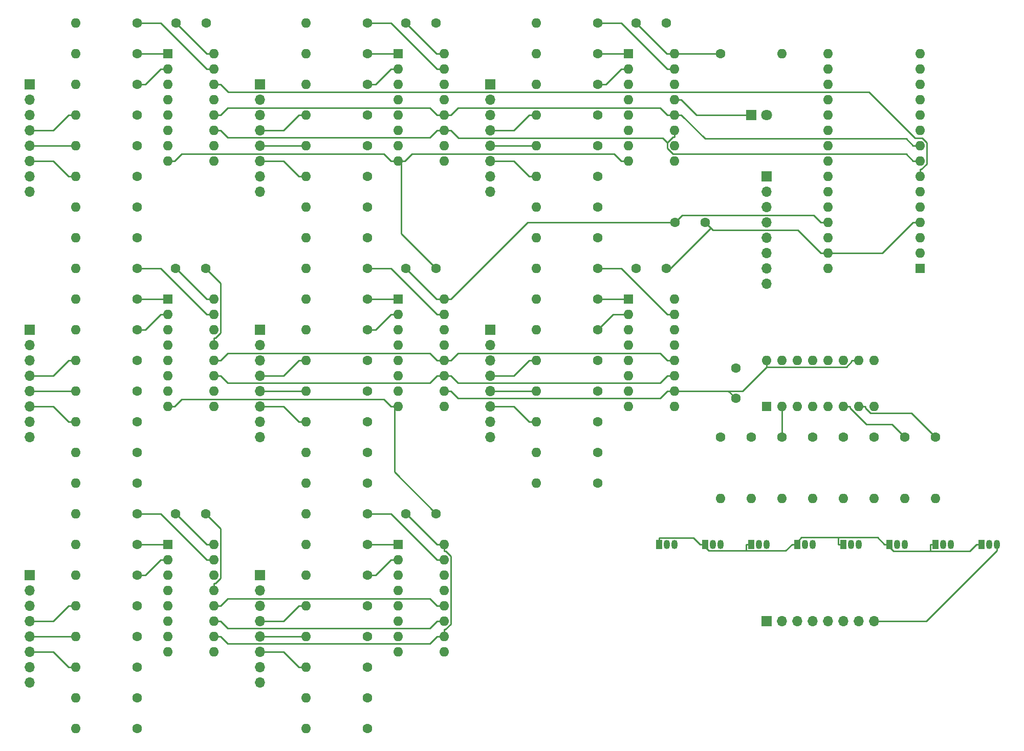
<source format=gbr>
%TF.GenerationSoftware,KiCad,Pcbnew,7.0.2*%
%TF.CreationDate,2023-07-19T14:15:56-05:00*%
%TF.ProjectId,cube,63756265-2e6b-4696-9361-645f70636258,rev?*%
%TF.SameCoordinates,Original*%
%TF.FileFunction,Copper,L1,Top*%
%TF.FilePolarity,Positive*%
%FSLAX46Y46*%
G04 Gerber Fmt 4.6, Leading zero omitted, Abs format (unit mm)*
G04 Created by KiCad (PCBNEW 7.0.2) date 2023-07-19 14:15:56*
%MOMM*%
%LPD*%
G01*
G04 APERTURE LIST*
%TA.AperFunction,ComponentPad*%
%ADD10C,1.600000*%
%TD*%
%TA.AperFunction,ComponentPad*%
%ADD11R,1.050000X1.500000*%
%TD*%
%TA.AperFunction,ComponentPad*%
%ADD12O,1.050000X1.500000*%
%TD*%
%TA.AperFunction,ComponentPad*%
%ADD13O,1.600000X1.600000*%
%TD*%
%TA.AperFunction,ComponentPad*%
%ADD14R,1.700000X1.700000*%
%TD*%
%TA.AperFunction,ComponentPad*%
%ADD15O,1.700000X1.700000*%
%TD*%
%TA.AperFunction,ComponentPad*%
%ADD16R,1.600000X1.600000*%
%TD*%
%TA.AperFunction,ComponentPad*%
%ADD17R,1.800000X1.800000*%
%TD*%
%TA.AperFunction,ComponentPad*%
%ADD18C,1.800000*%
%TD*%
%TA.AperFunction,Conductor*%
%ADD19C,0.250000*%
%TD*%
G04 APERTURE END LIST*
D10*
%TO.P,C10,2*%
%TO.N,GND*%
X54610000Y-27940000D03*
%TO.P,C10,1*%
%TO.N,+5V*%
X49610000Y-27940000D03*
%TD*%
%TO.P,C9,1*%
%TO.N,+5V*%
X142240000Y-90130000D03*
%TO.P,C9,2*%
%TO.N,GND*%
X142240000Y-85130000D03*
%TD*%
%TO.P,C8,1*%
%TO.N,+5V*%
X125770000Y-68580000D03*
%TO.P,C8,2*%
%TO.N,GND*%
X130770000Y-68580000D03*
%TD*%
%TO.P,C7,1*%
%TO.N,+5V*%
X125770000Y-27940000D03*
%TO.P,C7,2*%
%TO.N,GND*%
X130770000Y-27940000D03*
%TD*%
%TO.P,C6,1*%
%TO.N,+5V*%
X87670000Y-109220000D03*
%TO.P,C6,2*%
%TO.N,GND*%
X92670000Y-109220000D03*
%TD*%
%TO.P,C5,1*%
%TO.N,+5V*%
X49570000Y-109220000D03*
%TO.P,C5,2*%
%TO.N,GND*%
X54570000Y-109220000D03*
%TD*%
%TO.P,C4,1*%
%TO.N,+5V*%
X87670000Y-68580000D03*
%TO.P,C4,2*%
%TO.N,GND*%
X92670000Y-68580000D03*
%TD*%
%TO.P,C3,1*%
%TO.N,+5V*%
X49570000Y-68580000D03*
%TO.P,C3,2*%
%TO.N,GND*%
X54570000Y-68580000D03*
%TD*%
%TO.P,C2,2*%
%TO.N,GND*%
X92670000Y-27940000D03*
%TO.P,C2,1*%
%TO.N,+5V*%
X87670000Y-27940000D03*
%TD*%
D11*
%TO.P,Q1,1,E*%
%TO.N,GND*%
X129540000Y-114300000D03*
D12*
%TO.P,Q1,2,B*%
%TO.N,Net-(Q1-B)*%
X130810000Y-114300000D03*
%TO.P,Q1,3,C*%
%TO.N,R0*%
X132080000Y-114300000D03*
%TD*%
D10*
%TO.P,R13,1*%
%TO.N,Net-(U2-QE)*%
X43180000Y-88900000D03*
D13*
%TO.P,R13,2*%
%TO.N,Net-(J2-Pin_5)*%
X33020000Y-88900000D03*
%TD*%
D10*
%TO.P,R31,1*%
%TO.N,Net-(U4-QG)*%
X81280000Y-58420000D03*
D13*
%TO.P,R31,2*%
%TO.N,Net-(J4-Pin_7)*%
X71120000Y-58420000D03*
%TD*%
D10*
%TO.P,R4,1*%
%TO.N,Net-(U1-QD)*%
X43180000Y-43180000D03*
D13*
%TO.P,R4,2*%
%TO.N,Net-(J1-Pin_4)*%
X33020000Y-43180000D03*
%TD*%
D10*
%TO.P,R6,1*%
%TO.N,Net-(U1-QF)*%
X43180000Y-53340000D03*
D13*
%TO.P,R6,2*%
%TO.N,Net-(J1-Pin_6)*%
X33020000Y-53340000D03*
%TD*%
D10*
%TO.P,R20,1*%
%TO.N,Net-(U3-QD)*%
X43180000Y-124460000D03*
D13*
%TO.P,R20,2*%
%TO.N,Net-(J3-Pin_4)*%
X33020000Y-124460000D03*
%TD*%
D10*
%TO.P,R51,1*%
%TO.N,Net-(U7-QC)*%
X119380000Y-38100000D03*
D13*
%TO.P,R51,2*%
%TO.N,Net-(J7-Pin_3)*%
X109220000Y-38100000D03*
%TD*%
D10*
%TO.P,R1,1*%
%TO.N,Net-(U1-QA)*%
X43180000Y-27940000D03*
D13*
%TO.P,R1,2*%
%TO.N,Net-(J1-Pin_1)*%
X33020000Y-27940000D03*
%TD*%
D10*
%TO.P,R48,1*%
%TO.N,Net-(U6-QH)*%
X81280000Y-144780000D03*
D13*
%TO.P,R48,2*%
%TO.N,Net-(J6-Pin_8)*%
X71120000Y-144780000D03*
%TD*%
D14*
%TO.P,J7,1,Pin_1*%
%TO.N,Net-(J7-Pin_1)*%
X101600000Y-38100000D03*
D15*
%TO.P,J7,2,Pin_2*%
%TO.N,Net-(J7-Pin_2)*%
X101600000Y-40640000D03*
%TO.P,J7,3,Pin_3*%
%TO.N,Net-(J7-Pin_3)*%
X101600000Y-43180000D03*
%TO.P,J7,4,Pin_4*%
%TO.N,Net-(J7-Pin_4)*%
X101600000Y-45720000D03*
%TO.P,J7,5,Pin_5*%
%TO.N,Net-(J7-Pin_5)*%
X101600000Y-48260000D03*
%TO.P,J7,6,Pin_6*%
%TO.N,Net-(J7-Pin_6)*%
X101600000Y-50800000D03*
%TO.P,J7,7,Pin_7*%
%TO.N,Net-(J7-Pin_7)*%
X101600000Y-53340000D03*
%TO.P,J7,8,Pin_8*%
%TO.N,Net-(J7-Pin_8)*%
X101600000Y-55880000D03*
%TD*%
D10*
%TO.P,R65,1*%
%TO.N,+5V*%
X139700000Y-33020000D03*
D13*
%TO.P,R65,2*%
%TO.N,Net-(D1-A)*%
X149860000Y-33020000D03*
%TD*%
D14*
%TO.P,J1,1,Pin_1*%
%TO.N,Net-(J1-Pin_1)*%
X25400000Y-38100000D03*
D15*
%TO.P,J1,2,Pin_2*%
%TO.N,Net-(J1-Pin_2)*%
X25400000Y-40640000D03*
%TO.P,J1,3,Pin_3*%
%TO.N,Net-(J1-Pin_3)*%
X25400000Y-43180000D03*
%TO.P,J1,4,Pin_4*%
%TO.N,Net-(J1-Pin_4)*%
X25400000Y-45720000D03*
%TO.P,J1,5,Pin_5*%
%TO.N,Net-(J1-Pin_5)*%
X25400000Y-48260000D03*
%TO.P,J1,6,Pin_6*%
%TO.N,Net-(J1-Pin_6)*%
X25400000Y-50800000D03*
%TO.P,J1,7,Pin_7*%
%TO.N,Net-(J1-Pin_7)*%
X25400000Y-53340000D03*
%TO.P,J1,8,Pin_8*%
%TO.N,Net-(J1-Pin_8)*%
X25400000Y-55880000D03*
%TD*%
D10*
%TO.P,R26,1*%
%TO.N,Net-(U4-QB)*%
X81280000Y-33020000D03*
D13*
%TO.P,R26,2*%
%TO.N,Net-(J4-Pin_2)*%
X71120000Y-33020000D03*
%TD*%
D10*
%TO.P,R56,1*%
%TO.N,Net-(U7-QH)*%
X119380000Y-63500000D03*
D13*
%TO.P,R56,2*%
%TO.N,Net-(J7-Pin_8)*%
X109220000Y-63500000D03*
%TD*%
D11*
%TO.P,Q3,1,E*%
%TO.N,GND*%
X144780000Y-114300000D03*
D12*
%TO.P,Q3,2,B*%
%TO.N,Net-(Q3-B)*%
X146050000Y-114300000D03*
%TO.P,Q3,3,C*%
%TO.N,R2*%
X147320000Y-114300000D03*
%TD*%
D10*
%TO.P,R24,1*%
%TO.N,Net-(U3-QH)*%
X43180000Y-144780000D03*
D13*
%TO.P,R24,2*%
%TO.N,Net-(J3-Pin_8)*%
X33020000Y-144780000D03*
%TD*%
D10*
%TO.P,R25,1*%
%TO.N,Net-(U4-QA)*%
X81280000Y-27940000D03*
D13*
%TO.P,R25,2*%
%TO.N,Net-(J4-Pin_1)*%
X71120000Y-27940000D03*
%TD*%
D10*
%TO.P,R9,1*%
%TO.N,Net-(U2-QA)*%
X43180000Y-68580000D03*
D13*
%TO.P,R9,2*%
%TO.N,Net-(J2-Pin_1)*%
X33020000Y-68580000D03*
%TD*%
D10*
%TO.P,R68,1*%
%TO.N,Net-(U9-QA)*%
X139700000Y-96520000D03*
D13*
%TO.P,R68,2*%
%TO.N,Net-(Q1-B)*%
X139700000Y-106680000D03*
%TD*%
D10*
%TO.P,R54,1*%
%TO.N,Net-(U7-QF)*%
X119380000Y-53340000D03*
D13*
%TO.P,R54,2*%
%TO.N,Net-(J7-Pin_6)*%
X109220000Y-53340000D03*
%TD*%
D10*
%TO.P,R71,1*%
%TO.N,Net-(U9-QD)*%
X154940000Y-96520000D03*
D13*
%TO.P,R71,2*%
%TO.N,Net-(Q4-B)*%
X154940000Y-106680000D03*
%TD*%
D10*
%TO.P,R12,1*%
%TO.N,Net-(U2-QD)*%
X43180000Y-83820000D03*
D13*
%TO.P,R12,2*%
%TO.N,Net-(J2-Pin_4)*%
X33020000Y-83820000D03*
%TD*%
D10*
%TO.P,R42,1*%
%TO.N,Net-(U6-QB)*%
X81280000Y-114300000D03*
D13*
%TO.P,R42,2*%
%TO.N,Net-(J6-Pin_2)*%
X71120000Y-114300000D03*
%TD*%
D11*
%TO.P,Q2,1,E*%
%TO.N,GND*%
X137160000Y-114300000D03*
D12*
%TO.P,Q2,2,B*%
%TO.N,Net-(Q2-B)*%
X138430000Y-114300000D03*
%TO.P,Q2,3,C*%
%TO.N,R1*%
X139700000Y-114300000D03*
%TD*%
D10*
%TO.P,R30,1*%
%TO.N,Net-(U4-QF)*%
X81280000Y-53340000D03*
D13*
%TO.P,R30,2*%
%TO.N,Net-(J4-Pin_6)*%
X71120000Y-53340000D03*
%TD*%
D11*
%TO.P,Q5,1,E*%
%TO.N,GND*%
X160020000Y-114300000D03*
D12*
%TO.P,Q5,2,B*%
%TO.N,Net-(Q5-B)*%
X161290000Y-114300000D03*
%TO.P,Q5,3,C*%
%TO.N,R4*%
X162560000Y-114300000D03*
%TD*%
D10*
%TO.P,R72,1*%
%TO.N,Net-(U9-QF)*%
X165100000Y-96520000D03*
D13*
%TO.P,R72,2*%
%TO.N,Net-(Q6-B)*%
X165100000Y-106680000D03*
%TD*%
D10*
%TO.P,R47,1*%
%TO.N,Net-(U6-QG)*%
X81280000Y-139700000D03*
D13*
%TO.P,R47,2*%
%TO.N,Net-(J6-Pin_7)*%
X71120000Y-139700000D03*
%TD*%
D10*
%TO.P,R64,1*%
%TO.N,Net-(U8-QH)*%
X119380000Y-104140000D03*
D13*
%TO.P,R64,2*%
%TO.N,Net-(J8-Pin_8)*%
X109220000Y-104140000D03*
%TD*%
D10*
%TO.P,R11,1*%
%TO.N,Net-(U2-QC)*%
X43180000Y-78740000D03*
D13*
%TO.P,R11,2*%
%TO.N,Net-(J2-Pin_3)*%
X33020000Y-78740000D03*
%TD*%
D10*
%TO.P,R55,1*%
%TO.N,Net-(U7-QG)*%
X119380000Y-58420000D03*
D13*
%TO.P,R55,2*%
%TO.N,Net-(J7-Pin_7)*%
X109220000Y-58420000D03*
%TD*%
D14*
%TO.P,J9,1,Pin_1*%
%TO.N,Net-(A1-A0)*%
X147320000Y-53340000D03*
D15*
%TO.P,J9,2,Pin_2*%
%TO.N,Net-(A1-A1)*%
X147320000Y-55880000D03*
%TO.P,J9,3,Pin_3*%
%TO.N,Net-(A1-A2)*%
X147320000Y-58420000D03*
%TO.P,J9,4,Pin_4*%
%TO.N,Net-(A1-A3)*%
X147320000Y-60960000D03*
%TO.P,J9,5,Pin_5*%
%TO.N,Net-(A1-SDA{slash}A4)*%
X147320000Y-63500000D03*
%TO.P,J9,6,Pin_6*%
%TO.N,Net-(A1-SCL{slash}A5)*%
X147320000Y-66040000D03*
%TO.P,J9,7,Pin_7*%
%TO.N,Net-(A1-A6)*%
X147320000Y-68580000D03*
%TO.P,J9,8,Pin_8*%
%TO.N,Net-(A1-A7)*%
X147320000Y-71120000D03*
%TD*%
D10*
%TO.P,R66,1*%
%TO.N,Net-(U9-QH)*%
X175260000Y-96520000D03*
D13*
%TO.P,R66,2*%
%TO.N,Net-(Q8-B)*%
X175260000Y-106680000D03*
%TD*%
D11*
%TO.P,Q6,1,E*%
%TO.N,GND*%
X167640000Y-114300000D03*
D12*
%TO.P,Q6,2,B*%
%TO.N,Net-(Q6-B)*%
X168910000Y-114300000D03*
%TO.P,Q6,3,C*%
%TO.N,R5*%
X170180000Y-114300000D03*
%TD*%
D16*
%TO.P,U3,1,QB*%
%TO.N,Net-(U3-QB)*%
X48260000Y-114300000D03*
D13*
%TO.P,U3,2,QC*%
%TO.N,Net-(U3-QC)*%
X48260000Y-116840000D03*
%TO.P,U3,3,QD*%
%TO.N,Net-(U3-QD)*%
X48260000Y-119380000D03*
%TO.P,U3,4,QE*%
%TO.N,Net-(U3-QE)*%
X48260000Y-121920000D03*
%TO.P,U3,5,QF*%
%TO.N,Net-(U3-QF)*%
X48260000Y-124460000D03*
%TO.P,U3,6,QG*%
%TO.N,Net-(U3-QG)*%
X48260000Y-127000000D03*
%TO.P,U3,7,QH*%
%TO.N,Net-(U3-QH)*%
X48260000Y-129540000D03*
%TO.P,U3,8,GND*%
%TO.N,GND*%
X48260000Y-132080000D03*
%TO.P,U3,9,QH'*%
%TO.N,Net-(U3-QH')*%
X55880000Y-132080000D03*
%TO.P,U3,10,~{SRCLR}*%
%TO.N,+5V*%
X55880000Y-129540000D03*
%TO.P,U3,11,SRCLK*%
%TO.N,CLK*%
X55880000Y-127000000D03*
%TO.P,U3,12,RCLK*%
%TO.N,LATCH*%
X55880000Y-124460000D03*
%TO.P,U3,13,~{OE}*%
%TO.N,GND*%
X55880000Y-121920000D03*
%TO.P,U3,14,SER*%
%TO.N,Net-(U2-QH')*%
X55880000Y-119380000D03*
%TO.P,U3,15,QA*%
%TO.N,Net-(U3-QA)*%
X55880000Y-116840000D03*
%TO.P,U3,16,VCC*%
%TO.N,+5V*%
X55880000Y-114300000D03*
%TD*%
D10*
%TO.P,R40,1*%
%TO.N,Net-(U5-QH)*%
X81280000Y-104140000D03*
D13*
%TO.P,R40,2*%
%TO.N,Net-(J5-Pin_8)*%
X71120000Y-104140000D03*
%TD*%
D10*
%TO.P,R49,1*%
%TO.N,Net-(U7-QA)*%
X119380000Y-27940000D03*
D13*
%TO.P,R49,2*%
%TO.N,Net-(J7-Pin_1)*%
X109220000Y-27940000D03*
%TD*%
D10*
%TO.P,R46,1*%
%TO.N,Net-(U6-QF)*%
X81280000Y-134620000D03*
D13*
%TO.P,R46,2*%
%TO.N,Net-(J6-Pin_6)*%
X71120000Y-134620000D03*
%TD*%
D10*
%TO.P,R2,1*%
%TO.N,Net-(U1-QB)*%
X43180000Y-33020000D03*
D13*
%TO.P,R2,2*%
%TO.N,Net-(J1-Pin_2)*%
X33020000Y-33020000D03*
%TD*%
D10*
%TO.P,R50,1*%
%TO.N,Net-(U7-QB)*%
X119380000Y-33020000D03*
D13*
%TO.P,R50,2*%
%TO.N,Net-(J7-Pin_2)*%
X109220000Y-33020000D03*
%TD*%
D10*
%TO.P,R23,1*%
%TO.N,Net-(U3-QG)*%
X43180000Y-139700000D03*
D13*
%TO.P,R23,2*%
%TO.N,Net-(J3-Pin_7)*%
X33020000Y-139700000D03*
%TD*%
D10*
%TO.P,R5,1*%
%TO.N,Net-(U1-QE)*%
X43180000Y-48260000D03*
D13*
%TO.P,R5,2*%
%TO.N,Net-(J1-Pin_5)*%
X33020000Y-48260000D03*
%TD*%
D14*
%TO.P,J4,1,Pin_1*%
%TO.N,Net-(J4-Pin_1)*%
X63500000Y-38100000D03*
D15*
%TO.P,J4,2,Pin_2*%
%TO.N,Net-(J4-Pin_2)*%
X63500000Y-40640000D03*
%TO.P,J4,3,Pin_3*%
%TO.N,Net-(J4-Pin_3)*%
X63500000Y-43180000D03*
%TO.P,J4,4,Pin_4*%
%TO.N,Net-(J4-Pin_4)*%
X63500000Y-45720000D03*
%TO.P,J4,5,Pin_5*%
%TO.N,Net-(J4-Pin_5)*%
X63500000Y-48260000D03*
%TO.P,J4,6,Pin_6*%
%TO.N,Net-(J4-Pin_6)*%
X63500000Y-50800000D03*
%TO.P,J4,7,Pin_7*%
%TO.N,Net-(J4-Pin_7)*%
X63500000Y-53340000D03*
%TO.P,J4,8,Pin_8*%
%TO.N,Net-(J4-Pin_8)*%
X63500000Y-55880000D03*
%TD*%
D14*
%TO.P,J2,1,Pin_1*%
%TO.N,Net-(J2-Pin_1)*%
X25400000Y-78740000D03*
D15*
%TO.P,J2,2,Pin_2*%
%TO.N,Net-(J2-Pin_2)*%
X25400000Y-81280000D03*
%TO.P,J2,3,Pin_3*%
%TO.N,Net-(J2-Pin_3)*%
X25400000Y-83820000D03*
%TO.P,J2,4,Pin_4*%
%TO.N,Net-(J2-Pin_4)*%
X25400000Y-86360000D03*
%TO.P,J2,5,Pin_5*%
%TO.N,Net-(J2-Pin_5)*%
X25400000Y-88900000D03*
%TO.P,J2,6,Pin_6*%
%TO.N,Net-(J2-Pin_6)*%
X25400000Y-91440000D03*
%TO.P,J2,7,Pin_7*%
%TO.N,Net-(J2-Pin_7)*%
X25400000Y-93980000D03*
%TO.P,J2,8,Pin_8*%
%TO.N,Net-(J2-Pin_8)*%
X25400000Y-96520000D03*
%TD*%
D10*
%TO.P,R36,1*%
%TO.N,Net-(U5-QD)*%
X81280000Y-83820000D03*
D13*
%TO.P,R36,2*%
%TO.N,Net-(J5-Pin_4)*%
X71120000Y-83820000D03*
%TD*%
D10*
%TO.P,R44,1*%
%TO.N,Net-(U6-QD)*%
X81280000Y-124460000D03*
D13*
%TO.P,R44,2*%
%TO.N,Net-(J6-Pin_4)*%
X71120000Y-124460000D03*
%TD*%
D10*
%TO.P,R3,1*%
%TO.N,Net-(U1-QC)*%
X43180000Y-38100000D03*
D13*
%TO.P,R3,2*%
%TO.N,Net-(J1-Pin_3)*%
X33020000Y-38100000D03*
%TD*%
D10*
%TO.P,R19,1*%
%TO.N,Net-(U3-QC)*%
X43180000Y-119380000D03*
D13*
%TO.P,R19,2*%
%TO.N,Net-(J3-Pin_3)*%
X33020000Y-119380000D03*
%TD*%
D16*
%TO.P,U6,1,QB*%
%TO.N,Net-(U6-QB)*%
X86360000Y-114300000D03*
D13*
%TO.P,U6,2,QC*%
%TO.N,Net-(U6-QC)*%
X86360000Y-116840000D03*
%TO.P,U6,3,QD*%
%TO.N,Net-(U6-QD)*%
X86360000Y-119380000D03*
%TO.P,U6,4,QE*%
%TO.N,Net-(U6-QE)*%
X86360000Y-121920000D03*
%TO.P,U6,5,QF*%
%TO.N,Net-(U6-QF)*%
X86360000Y-124460000D03*
%TO.P,U6,6,QG*%
%TO.N,Net-(U6-QG)*%
X86360000Y-127000000D03*
%TO.P,U6,7,QH*%
%TO.N,Net-(U6-QH)*%
X86360000Y-129540000D03*
%TO.P,U6,8,GND*%
%TO.N,GND*%
X86360000Y-132080000D03*
%TO.P,U6,9,QH'*%
%TO.N,Net-(U6-QH')*%
X93980000Y-132080000D03*
%TO.P,U6,10,~{SRCLR}*%
%TO.N,+5V*%
X93980000Y-129540000D03*
%TO.P,U6,11,SRCLK*%
%TO.N,CLK*%
X93980000Y-127000000D03*
%TO.P,U6,12,RCLK*%
%TO.N,LATCH*%
X93980000Y-124460000D03*
%TO.P,U6,13,~{OE}*%
%TO.N,GND*%
X93980000Y-121920000D03*
%TO.P,U6,14,SER*%
%TO.N,Net-(U5-QH')*%
X93980000Y-119380000D03*
%TO.P,U6,15,QA*%
%TO.N,Net-(U6-QA)*%
X93980000Y-116840000D03*
%TO.P,U6,16,VCC*%
%TO.N,+5V*%
X93980000Y-114300000D03*
%TD*%
D10*
%TO.P,R39,1*%
%TO.N,Net-(U5-QG)*%
X81280000Y-99060000D03*
D13*
%TO.P,R39,2*%
%TO.N,Net-(J5-Pin_7)*%
X71120000Y-99060000D03*
%TD*%
D10*
%TO.P,R43,1*%
%TO.N,Net-(U6-QC)*%
X81280000Y-119380000D03*
D13*
%TO.P,R43,2*%
%TO.N,Net-(J6-Pin_3)*%
X71120000Y-119380000D03*
%TD*%
D10*
%TO.P,R27,1*%
%TO.N,Net-(U4-QC)*%
X81280000Y-38100000D03*
D13*
%TO.P,R27,2*%
%TO.N,Net-(J4-Pin_3)*%
X71120000Y-38100000D03*
%TD*%
D10*
%TO.P,R7,1*%
%TO.N,Net-(U1-QG)*%
X43180000Y-58420000D03*
D13*
%TO.P,R7,2*%
%TO.N,Net-(J1-Pin_7)*%
X33020000Y-58420000D03*
%TD*%
D16*
%TO.P,U1,1,QB*%
%TO.N,Net-(U1-QB)*%
X48260000Y-33020000D03*
D13*
%TO.P,U1,2,QC*%
%TO.N,Net-(U1-QC)*%
X48260000Y-35560000D03*
%TO.P,U1,3,QD*%
%TO.N,Net-(U1-QD)*%
X48260000Y-38100000D03*
%TO.P,U1,4,QE*%
%TO.N,Net-(U1-QE)*%
X48260000Y-40640000D03*
%TO.P,U1,5,QF*%
%TO.N,Net-(U1-QF)*%
X48260000Y-43180000D03*
%TO.P,U1,6,QG*%
%TO.N,Net-(U1-QG)*%
X48260000Y-45720000D03*
%TO.P,U1,7,QH*%
%TO.N,Net-(U1-QH)*%
X48260000Y-48260000D03*
%TO.P,U1,8,GND*%
%TO.N,GND*%
X48260000Y-50800000D03*
%TO.P,U1,9,QH'*%
%TO.N,Net-(U1-QH')*%
X55880000Y-50800000D03*
%TO.P,U1,10,~{SRCLR}*%
%TO.N,+5V*%
X55880000Y-48260000D03*
%TO.P,U1,11,SRCLK*%
%TO.N,CLK*%
X55880000Y-45720000D03*
%TO.P,U1,12,RCLK*%
%TO.N,LATCH*%
X55880000Y-43180000D03*
%TO.P,U1,13,~{OE}*%
%TO.N,GND*%
X55880000Y-40640000D03*
%TO.P,U1,14,SER*%
%TO.N,DATA*%
X55880000Y-38100000D03*
%TO.P,U1,15,QA*%
%TO.N,Net-(U1-QA)*%
X55880000Y-35560000D03*
%TO.P,U1,16,VCC*%
%TO.N,+5V*%
X55880000Y-33020000D03*
%TD*%
D10*
%TO.P,R16,1*%
%TO.N,Net-(U2-QH)*%
X43180000Y-104140000D03*
D13*
%TO.P,R16,2*%
%TO.N,Net-(J2-Pin_8)*%
X33020000Y-104140000D03*
%TD*%
D10*
%TO.P,R34,1*%
%TO.N,Net-(U5-QB)*%
X81280000Y-73660000D03*
D13*
%TO.P,R34,2*%
%TO.N,Net-(J5-Pin_2)*%
X71120000Y-73660000D03*
%TD*%
D14*
%TO.P,J10,1,Pin_1*%
%TO.N,R0*%
X147320000Y-127000000D03*
D15*
%TO.P,J10,2,Pin_2*%
%TO.N,R1*%
X149860000Y-127000000D03*
%TO.P,J10,3,Pin_3*%
%TO.N,R2*%
X152400000Y-127000000D03*
%TO.P,J10,4,Pin_4*%
%TO.N,R3*%
X154940000Y-127000000D03*
%TO.P,J10,5,Pin_5*%
%TO.N,R4*%
X157480000Y-127000000D03*
%TO.P,J10,6,Pin_6*%
%TO.N,R5*%
X160020000Y-127000000D03*
%TO.P,J10,7,Pin_7*%
%TO.N,R6*%
X162560000Y-127000000D03*
%TO.P,J10,8,Pin_8*%
%TO.N,R7*%
X165100000Y-127000000D03*
%TD*%
D10*
%TO.P,R8,1*%
%TO.N,Net-(U1-QH)*%
X43180000Y-63500000D03*
D13*
%TO.P,R8,2*%
%TO.N,Net-(J1-Pin_8)*%
X33020000Y-63500000D03*
%TD*%
D10*
%TO.P,R70,1*%
%TO.N,Net-(U9-QC)*%
X149860000Y-96520000D03*
D13*
%TO.P,R70,2*%
%TO.N,Net-(Q3-B)*%
X149860000Y-106680000D03*
%TD*%
D10*
%TO.P,R15,1*%
%TO.N,Net-(U2-QG)*%
X43180000Y-99060000D03*
D13*
%TO.P,R15,2*%
%TO.N,Net-(J2-Pin_7)*%
X33020000Y-99060000D03*
%TD*%
D11*
%TO.P,Q4,1,E*%
%TO.N,GND*%
X152400000Y-114300000D03*
D12*
%TO.P,Q4,2,B*%
%TO.N,Net-(Q4-B)*%
X153670000Y-114300000D03*
%TO.P,Q4,3,C*%
%TO.N,R3*%
X154940000Y-114300000D03*
%TD*%
D16*
%TO.P,U7,1,QB*%
%TO.N,Net-(U7-QB)*%
X124460000Y-33020000D03*
D13*
%TO.P,U7,2,QC*%
%TO.N,Net-(U7-QC)*%
X124460000Y-35560000D03*
%TO.P,U7,3,QD*%
%TO.N,Net-(U7-QD)*%
X124460000Y-38100000D03*
%TO.P,U7,4,QE*%
%TO.N,Net-(U7-QE)*%
X124460000Y-40640000D03*
%TO.P,U7,5,QF*%
%TO.N,Net-(U7-QF)*%
X124460000Y-43180000D03*
%TO.P,U7,6,QG*%
%TO.N,Net-(U7-QG)*%
X124460000Y-45720000D03*
%TO.P,U7,7,QH*%
%TO.N,Net-(U7-QH)*%
X124460000Y-48260000D03*
%TO.P,U7,8,GND*%
%TO.N,GND*%
X124460000Y-50800000D03*
%TO.P,U7,9,QH'*%
%TO.N,Net-(U7-QH')*%
X132080000Y-50800000D03*
%TO.P,U7,10,~{SRCLR}*%
%TO.N,+5V*%
X132080000Y-48260000D03*
%TO.P,U7,11,SRCLK*%
%TO.N,CLK*%
X132080000Y-45720000D03*
%TO.P,U7,12,RCLK*%
%TO.N,LATCH*%
X132080000Y-43180000D03*
%TO.P,U7,13,~{OE}*%
%TO.N,GND*%
X132080000Y-40640000D03*
%TO.P,U7,14,SER*%
%TO.N,Net-(U6-QH')*%
X132080000Y-38100000D03*
%TO.P,U7,15,QA*%
%TO.N,Net-(U7-QA)*%
X132080000Y-35560000D03*
%TO.P,U7,16,VCC*%
%TO.N,+5V*%
X132080000Y-33020000D03*
%TD*%
D10*
%TO.P,R38,1*%
%TO.N,Net-(U5-QF)*%
X81280000Y-93980000D03*
D13*
%TO.P,R38,2*%
%TO.N,Net-(J5-Pin_6)*%
X71120000Y-93980000D03*
%TD*%
D10*
%TO.P,R53,1*%
%TO.N,Net-(U7-QE)*%
X119380000Y-48260000D03*
D13*
%TO.P,R53,2*%
%TO.N,Net-(J7-Pin_5)*%
X109220000Y-48260000D03*
%TD*%
D16*
%TO.P,U2,1,QB*%
%TO.N,Net-(U2-QB)*%
X48260000Y-73660000D03*
D13*
%TO.P,U2,2,QC*%
%TO.N,Net-(U2-QC)*%
X48260000Y-76200000D03*
%TO.P,U2,3,QD*%
%TO.N,Net-(U2-QD)*%
X48260000Y-78740000D03*
%TO.P,U2,4,QE*%
%TO.N,Net-(U2-QE)*%
X48260000Y-81280000D03*
%TO.P,U2,5,QF*%
%TO.N,Net-(U2-QF)*%
X48260000Y-83820000D03*
%TO.P,U2,6,QG*%
%TO.N,Net-(U2-QG)*%
X48260000Y-86360000D03*
%TO.P,U2,7,QH*%
%TO.N,Net-(U2-QH)*%
X48260000Y-88900000D03*
%TO.P,U2,8,GND*%
%TO.N,GND*%
X48260000Y-91440000D03*
%TO.P,U2,9,QH'*%
%TO.N,Net-(U2-QH')*%
X55880000Y-91440000D03*
%TO.P,U2,10,~{SRCLR}*%
%TO.N,+5V*%
X55880000Y-88900000D03*
%TO.P,U2,11,SRCLK*%
%TO.N,CLK*%
X55880000Y-86360000D03*
%TO.P,U2,12,RCLK*%
%TO.N,LATCH*%
X55880000Y-83820000D03*
%TO.P,U2,13,~{OE}*%
%TO.N,GND*%
X55880000Y-81280000D03*
%TO.P,U2,14,SER*%
%TO.N,Net-(U1-QH')*%
X55880000Y-78740000D03*
%TO.P,U2,15,QA*%
%TO.N,Net-(U2-QA)*%
X55880000Y-76200000D03*
%TO.P,U2,16,VCC*%
%TO.N,+5V*%
X55880000Y-73660000D03*
%TD*%
D10*
%TO.P,R61,1*%
%TO.N,Net-(U8-QE)*%
X119380000Y-88900000D03*
D13*
%TO.P,R61,2*%
%TO.N,Net-(J8-Pin_5)*%
X109220000Y-88900000D03*
%TD*%
D10*
%TO.P,R58,1*%
%TO.N,Net-(U8-QB)*%
X119380000Y-73660000D03*
D13*
%TO.P,R58,2*%
%TO.N,Net-(J8-Pin_2)*%
X109220000Y-73660000D03*
%TD*%
D14*
%TO.P,J6,1,Pin_1*%
%TO.N,Net-(J6-Pin_1)*%
X63500000Y-119380000D03*
D15*
%TO.P,J6,2,Pin_2*%
%TO.N,Net-(J6-Pin_2)*%
X63500000Y-121920000D03*
%TO.P,J6,3,Pin_3*%
%TO.N,Net-(J6-Pin_3)*%
X63500000Y-124460000D03*
%TO.P,J6,4,Pin_4*%
%TO.N,Net-(J6-Pin_4)*%
X63500000Y-127000000D03*
%TO.P,J6,5,Pin_5*%
%TO.N,Net-(J6-Pin_5)*%
X63500000Y-129540000D03*
%TO.P,J6,6,Pin_6*%
%TO.N,Net-(J6-Pin_6)*%
X63500000Y-132080000D03*
%TO.P,J6,7,Pin_7*%
%TO.N,Net-(J6-Pin_7)*%
X63500000Y-134620000D03*
%TO.P,J6,8,Pin_8*%
%TO.N,Net-(J6-Pin_8)*%
X63500000Y-137160000D03*
%TD*%
D10*
%TO.P,R73,1*%
%TO.N,Net-(U9-QE)*%
X160020000Y-96520000D03*
D13*
%TO.P,R73,2*%
%TO.N,Net-(Q5-B)*%
X160020000Y-106680000D03*
%TD*%
D10*
%TO.P,R45,1*%
%TO.N,Net-(U6-QE)*%
X81280000Y-129540000D03*
D13*
%TO.P,R45,2*%
%TO.N,Net-(J6-Pin_5)*%
X71120000Y-129540000D03*
%TD*%
D10*
%TO.P,R59,1*%
%TO.N,Net-(U8-QC)*%
X119380000Y-78740000D03*
D13*
%TO.P,R59,2*%
%TO.N,Net-(J8-Pin_3)*%
X109220000Y-78740000D03*
%TD*%
D16*
%TO.P,A1,1,TX1*%
%TO.N,unconnected-(A1-TX1-Pad1)*%
X172720000Y-68580000D03*
D13*
%TO.P,A1,2,RX1*%
%TO.N,unconnected-(A1-RX1-Pad2)*%
X172720000Y-66040000D03*
%TO.P,A1,3,~{RESET}*%
%TO.N,unconnected-(A1-~{RESET}-Pad3)*%
X172720000Y-63500000D03*
%TO.P,A1,4,GND*%
%TO.N,GND*%
X172720000Y-60960000D03*
%TO.P,A1,5,D2*%
%TO.N,unconnected-(A1-D2-Pad5)*%
X172720000Y-58420000D03*
%TO.P,A1,6,D3*%
%TO.N,unconnected-(A1-D3-Pad6)*%
X172720000Y-55880000D03*
%TO.P,A1,7,D4*%
%TO.N,DATA*%
X172720000Y-53340000D03*
%TO.P,A1,8,D5*%
%TO.N,CLK*%
X172720000Y-50800000D03*
%TO.P,A1,9,D6*%
%TO.N,LATCH*%
X172720000Y-48260000D03*
%TO.P,A1,10,D7*%
%TO.N,unconnected-(A1-D7-Pad10)*%
X172720000Y-45720000D03*
%TO.P,A1,11,D8*%
%TO.N,LAYER_DATA*%
X172720000Y-43180000D03*
%TO.P,A1,12,D9*%
%TO.N,LAYER_CLK*%
X172720000Y-40640000D03*
%TO.P,A1,13,D10*%
%TO.N,LAYER_LATCH*%
X172720000Y-38100000D03*
%TO.P,A1,14,MOSI*%
%TO.N,unconnected-(A1-MOSI-Pad14)*%
X172720000Y-35560000D03*
%TO.P,A1,15,MISO*%
%TO.N,unconnected-(A1-MISO-Pad15)*%
X172720000Y-33020000D03*
%TO.P,A1,16,SCK*%
%TO.N,unconnected-(A1-SCK-Pad16)*%
X157480000Y-33020000D03*
%TO.P,A1,17,3V3*%
%TO.N,unconnected-(A1-3V3-Pad17)*%
X157480000Y-35560000D03*
%TO.P,A1,18,AREF*%
%TO.N,unconnected-(A1-AREF-Pad18)*%
X157480000Y-38100000D03*
%TO.P,A1,19,A0*%
%TO.N,Net-(A1-A0)*%
X157480000Y-40640000D03*
%TO.P,A1,20,A1*%
%TO.N,Net-(A1-A1)*%
X157480000Y-43180000D03*
%TO.P,A1,21,A2*%
%TO.N,Net-(A1-A2)*%
X157480000Y-45720000D03*
%TO.P,A1,22,A3*%
%TO.N,Net-(A1-A3)*%
X157480000Y-48260000D03*
%TO.P,A1,23,SDA/A4*%
%TO.N,Net-(A1-SDA{slash}A4)*%
X157480000Y-50800000D03*
%TO.P,A1,24,SCL/A5*%
%TO.N,Net-(A1-SCL{slash}A5)*%
X157480000Y-53340000D03*
%TO.P,A1,25,A6*%
%TO.N,Net-(A1-A6)*%
X157480000Y-55880000D03*
%TO.P,A1,26,A7*%
%TO.N,Net-(A1-A7)*%
X157480000Y-58420000D03*
%TO.P,A1,27,+5V*%
%TO.N,+5V*%
X157480000Y-60960000D03*
%TO.P,A1,28,~{RESET}*%
%TO.N,unconnected-(A1-~{RESET}-Pad28)*%
X157480000Y-63500000D03*
%TO.P,A1,29,GND*%
%TO.N,GND*%
X157480000Y-66040000D03*
%TO.P,A1,30,VIN*%
%TO.N,unconnected-(A1-VIN-Pad30)*%
X157480000Y-68580000D03*
%TD*%
D10*
%TO.P,R63,1*%
%TO.N,Net-(U8-QG)*%
X119380000Y-99060000D03*
D13*
%TO.P,R63,2*%
%TO.N,Net-(J8-Pin_7)*%
X109220000Y-99060000D03*
%TD*%
D16*
%TO.P,U4,1,QB*%
%TO.N,Net-(U4-QB)*%
X86360000Y-33020000D03*
D13*
%TO.P,U4,2,QC*%
%TO.N,Net-(U4-QC)*%
X86360000Y-35560000D03*
%TO.P,U4,3,QD*%
%TO.N,Net-(U4-QD)*%
X86360000Y-38100000D03*
%TO.P,U4,4,QE*%
%TO.N,Net-(U4-QE)*%
X86360000Y-40640000D03*
%TO.P,U4,5,QF*%
%TO.N,Net-(U4-QF)*%
X86360000Y-43180000D03*
%TO.P,U4,6,QG*%
%TO.N,Net-(U4-QG)*%
X86360000Y-45720000D03*
%TO.P,U4,7,QH*%
%TO.N,Net-(U4-QH)*%
X86360000Y-48260000D03*
%TO.P,U4,8,GND*%
%TO.N,GND*%
X86360000Y-50800000D03*
%TO.P,U4,9,QH'*%
%TO.N,Net-(U4-QH')*%
X93980000Y-50800000D03*
%TO.P,U4,10,~{SRCLR}*%
%TO.N,+5V*%
X93980000Y-48260000D03*
%TO.P,U4,11,SRCLK*%
%TO.N,CLK*%
X93980000Y-45720000D03*
%TO.P,U4,12,RCLK*%
%TO.N,LATCH*%
X93980000Y-43180000D03*
%TO.P,U4,13,~{OE}*%
%TO.N,GND*%
X93980000Y-40640000D03*
%TO.P,U4,14,SER*%
%TO.N,Net-(U3-QH')*%
X93980000Y-38100000D03*
%TO.P,U4,15,QA*%
%TO.N,Net-(U4-QA)*%
X93980000Y-35560000D03*
%TO.P,U4,16,VCC*%
%TO.N,+5V*%
X93980000Y-33020000D03*
%TD*%
D16*
%TO.P,U5,1,QB*%
%TO.N,Net-(U5-QB)*%
X86360000Y-73660000D03*
D13*
%TO.P,U5,2,QC*%
%TO.N,Net-(U5-QC)*%
X86360000Y-76200000D03*
%TO.P,U5,3,QD*%
%TO.N,Net-(U5-QD)*%
X86360000Y-78740000D03*
%TO.P,U5,4,QE*%
%TO.N,Net-(U5-QE)*%
X86360000Y-81280000D03*
%TO.P,U5,5,QF*%
%TO.N,Net-(U5-QF)*%
X86360000Y-83820000D03*
%TO.P,U5,6,QG*%
%TO.N,Net-(U5-QG)*%
X86360000Y-86360000D03*
%TO.P,U5,7,QH*%
%TO.N,Net-(U5-QH)*%
X86360000Y-88900000D03*
%TO.P,U5,8,GND*%
%TO.N,GND*%
X86360000Y-91440000D03*
%TO.P,U5,9,QH'*%
%TO.N,Net-(U5-QH')*%
X93980000Y-91440000D03*
%TO.P,U5,10,~{SRCLR}*%
%TO.N,+5V*%
X93980000Y-88900000D03*
%TO.P,U5,11,SRCLK*%
%TO.N,CLK*%
X93980000Y-86360000D03*
%TO.P,U5,12,RCLK*%
%TO.N,LATCH*%
X93980000Y-83820000D03*
%TO.P,U5,13,~{OE}*%
%TO.N,GND*%
X93980000Y-81280000D03*
%TO.P,U5,14,SER*%
%TO.N,Net-(U4-QH')*%
X93980000Y-78740000D03*
%TO.P,U5,15,QA*%
%TO.N,Net-(U5-QA)*%
X93980000Y-76200000D03*
%TO.P,U5,16,VCC*%
%TO.N,+5V*%
X93980000Y-73660000D03*
%TD*%
D10*
%TO.P,R67,1*%
%TO.N,Net-(U9-QG)*%
X170180000Y-96520000D03*
D13*
%TO.P,R67,2*%
%TO.N,Net-(Q7-B)*%
X170180000Y-106680000D03*
%TD*%
D16*
%TO.P,U9,1,QB*%
%TO.N,Net-(U9-QB)*%
X147320000Y-91440000D03*
D13*
%TO.P,U9,2,QC*%
%TO.N,Net-(U9-QC)*%
X149860000Y-91440000D03*
%TO.P,U9,3,QD*%
%TO.N,Net-(U9-QD)*%
X152400000Y-91440000D03*
%TO.P,U9,4,QE*%
%TO.N,Net-(U9-QE)*%
X154940000Y-91440000D03*
%TO.P,U9,5,QF*%
%TO.N,Net-(U9-QF)*%
X157480000Y-91440000D03*
%TO.P,U9,6,QG*%
%TO.N,Net-(U9-QG)*%
X160020000Y-91440000D03*
%TO.P,U9,7,QH*%
%TO.N,Net-(U9-QH)*%
X162560000Y-91440000D03*
%TO.P,U9,8,GND*%
%TO.N,GND*%
X165100000Y-91440000D03*
%TO.P,U9,9,QH'*%
%TO.N,unconnected-(U9-QH'-Pad9)*%
X165100000Y-83820000D03*
%TO.P,U9,10,~{SRCLR}*%
%TO.N,+5V*%
X162560000Y-83820000D03*
%TO.P,U9,11,SRCLK*%
%TO.N,LAYER_CLK*%
X160020000Y-83820000D03*
%TO.P,U9,12,RCLK*%
%TO.N,LAYER_LATCH*%
X157480000Y-83820000D03*
%TO.P,U9,13,~{OE}*%
%TO.N,GND*%
X154940000Y-83820000D03*
%TO.P,U9,14,SER*%
%TO.N,LAYER_DATA*%
X152400000Y-83820000D03*
%TO.P,U9,15,QA*%
%TO.N,Net-(U9-QA)*%
X149860000Y-83820000D03*
%TO.P,U9,16,VCC*%
%TO.N,+5V*%
X147320000Y-83820000D03*
%TD*%
D16*
%TO.P,U8,1,QB*%
%TO.N,Net-(U8-QB)*%
X124460000Y-73660000D03*
D13*
%TO.P,U8,2,QC*%
%TO.N,Net-(U8-QC)*%
X124460000Y-76200000D03*
%TO.P,U8,3,QD*%
%TO.N,Net-(U8-QD)*%
X124460000Y-78740000D03*
%TO.P,U8,4,QE*%
%TO.N,Net-(U8-QE)*%
X124460000Y-81280000D03*
%TO.P,U8,5,QF*%
%TO.N,Net-(U8-QF)*%
X124460000Y-83820000D03*
%TO.P,U8,6,QG*%
%TO.N,Net-(U8-QG)*%
X124460000Y-86360000D03*
%TO.P,U8,7,QH*%
%TO.N,Net-(U8-QH)*%
X124460000Y-88900000D03*
%TO.P,U8,8,GND*%
%TO.N,GND*%
X124460000Y-91440000D03*
%TO.P,U8,9,QH'*%
%TO.N,unconnected-(U8-QH'-Pad9)*%
X132080000Y-91440000D03*
%TO.P,U8,10,~{SRCLR}*%
%TO.N,+5V*%
X132080000Y-88900000D03*
%TO.P,U8,11,SRCLK*%
%TO.N,CLK*%
X132080000Y-86360000D03*
%TO.P,U8,12,RCLK*%
%TO.N,LATCH*%
X132080000Y-83820000D03*
%TO.P,U8,13,~{OE}*%
%TO.N,GND*%
X132080000Y-81280000D03*
%TO.P,U8,14,SER*%
%TO.N,Net-(U7-QH')*%
X132080000Y-78740000D03*
%TO.P,U8,15,QA*%
%TO.N,Net-(U8-QA)*%
X132080000Y-76200000D03*
%TO.P,U8,16,VCC*%
%TO.N,+5V*%
X132080000Y-73660000D03*
%TD*%
D10*
%TO.P,R22,1*%
%TO.N,Net-(U3-QF)*%
X43180000Y-134620000D03*
D13*
%TO.P,R22,2*%
%TO.N,Net-(J3-Pin_6)*%
X33020000Y-134620000D03*
%TD*%
D10*
%TO.P,R10,1*%
%TO.N,Net-(U2-QB)*%
X43180000Y-73660000D03*
D13*
%TO.P,R10,2*%
%TO.N,Net-(J2-Pin_2)*%
X33020000Y-73660000D03*
%TD*%
D10*
%TO.P,R29,1*%
%TO.N,Net-(U4-QE)*%
X81280000Y-48260000D03*
D13*
%TO.P,R29,2*%
%TO.N,Net-(J4-Pin_5)*%
X71120000Y-48260000D03*
%TD*%
D17*
%TO.P,D1,1,K*%
%TO.N,GND*%
X144780000Y-43180000D03*
D18*
%TO.P,D1,2,A*%
%TO.N,Net-(D1-A)*%
X147320000Y-43180000D03*
%TD*%
D10*
%TO.P,C1,1*%
%TO.N,+5V*%
X132160000Y-60960000D03*
%TO.P,C1,2*%
%TO.N,GND*%
X137160000Y-60960000D03*
%TD*%
%TO.P,R14,1*%
%TO.N,Net-(U2-QF)*%
X43180000Y-93980000D03*
D13*
%TO.P,R14,2*%
%TO.N,Net-(J2-Pin_6)*%
X33020000Y-93980000D03*
%TD*%
D10*
%TO.P,R17,1*%
%TO.N,Net-(U3-QA)*%
X43180000Y-109220000D03*
D13*
%TO.P,R17,2*%
%TO.N,Net-(J3-Pin_1)*%
X33020000Y-109220000D03*
%TD*%
D10*
%TO.P,R69,1*%
%TO.N,Net-(U9-QB)*%
X144780000Y-96520000D03*
D13*
%TO.P,R69,2*%
%TO.N,Net-(Q2-B)*%
X144780000Y-106680000D03*
%TD*%
D10*
%TO.P,R35,1*%
%TO.N,Net-(U5-QC)*%
X81280000Y-78740000D03*
D13*
%TO.P,R35,2*%
%TO.N,Net-(J5-Pin_3)*%
X71120000Y-78740000D03*
%TD*%
D10*
%TO.P,R41,1*%
%TO.N,Net-(U6-QA)*%
X81280000Y-109220000D03*
D13*
%TO.P,R41,2*%
%TO.N,Net-(J6-Pin_1)*%
X71120000Y-109220000D03*
%TD*%
D11*
%TO.P,Q7,1,E*%
%TO.N,GND*%
X175260000Y-114300000D03*
D12*
%TO.P,Q7,2,B*%
%TO.N,Net-(Q7-B)*%
X176530000Y-114300000D03*
%TO.P,Q7,3,C*%
%TO.N,R6*%
X177800000Y-114300000D03*
%TD*%
D14*
%TO.P,J8,1,Pin_1*%
%TO.N,Net-(J8-Pin_1)*%
X101600000Y-78740000D03*
D15*
%TO.P,J8,2,Pin_2*%
%TO.N,Net-(J8-Pin_2)*%
X101600000Y-81280000D03*
%TO.P,J8,3,Pin_3*%
%TO.N,Net-(J8-Pin_3)*%
X101600000Y-83820000D03*
%TO.P,J8,4,Pin_4*%
%TO.N,Net-(J8-Pin_4)*%
X101600000Y-86360000D03*
%TO.P,J8,5,Pin_5*%
%TO.N,Net-(J8-Pin_5)*%
X101600000Y-88900000D03*
%TO.P,J8,6,Pin_6*%
%TO.N,Net-(J8-Pin_6)*%
X101600000Y-91440000D03*
%TO.P,J8,7,Pin_7*%
%TO.N,Net-(J8-Pin_7)*%
X101600000Y-93980000D03*
%TO.P,J8,8,Pin_8*%
%TO.N,Net-(J8-Pin_8)*%
X101600000Y-96520000D03*
%TD*%
D10*
%TO.P,R32,1*%
%TO.N,Net-(U4-QH)*%
X81280000Y-63500000D03*
D13*
%TO.P,R32,2*%
%TO.N,Net-(J4-Pin_8)*%
X71120000Y-63500000D03*
%TD*%
D14*
%TO.P,J5,1,Pin_1*%
%TO.N,Net-(J5-Pin_1)*%
X63500000Y-78740000D03*
D15*
%TO.P,J5,2,Pin_2*%
%TO.N,Net-(J5-Pin_2)*%
X63500000Y-81280000D03*
%TO.P,J5,3,Pin_3*%
%TO.N,Net-(J5-Pin_3)*%
X63500000Y-83820000D03*
%TO.P,J5,4,Pin_4*%
%TO.N,Net-(J5-Pin_4)*%
X63500000Y-86360000D03*
%TO.P,J5,5,Pin_5*%
%TO.N,Net-(J5-Pin_5)*%
X63500000Y-88900000D03*
%TO.P,J5,6,Pin_6*%
%TO.N,Net-(J5-Pin_6)*%
X63500000Y-91440000D03*
%TO.P,J5,7,Pin_7*%
%TO.N,Net-(J5-Pin_7)*%
X63500000Y-93980000D03*
%TO.P,J5,8,Pin_8*%
%TO.N,Net-(J5-Pin_8)*%
X63500000Y-96520000D03*
%TD*%
D14*
%TO.P,J3,1,Pin_1*%
%TO.N,Net-(J3-Pin_1)*%
X25400000Y-119380000D03*
D15*
%TO.P,J3,2,Pin_2*%
%TO.N,Net-(J3-Pin_2)*%
X25400000Y-121920000D03*
%TO.P,J3,3,Pin_3*%
%TO.N,Net-(J3-Pin_3)*%
X25400000Y-124460000D03*
%TO.P,J3,4,Pin_4*%
%TO.N,Net-(J3-Pin_4)*%
X25400000Y-127000000D03*
%TO.P,J3,5,Pin_5*%
%TO.N,Net-(J3-Pin_5)*%
X25400000Y-129540000D03*
%TO.P,J3,6,Pin_6*%
%TO.N,Net-(J3-Pin_6)*%
X25400000Y-132080000D03*
%TO.P,J3,7,Pin_7*%
%TO.N,Net-(J3-Pin_7)*%
X25400000Y-134620000D03*
%TO.P,J3,8,Pin_8*%
%TO.N,Net-(J3-Pin_8)*%
X25400000Y-137160000D03*
%TD*%
D10*
%TO.P,R37,1*%
%TO.N,Net-(U5-QE)*%
X81280000Y-88900000D03*
D13*
%TO.P,R37,2*%
%TO.N,Net-(J5-Pin_5)*%
X71120000Y-88900000D03*
%TD*%
D10*
%TO.P,R52,1*%
%TO.N,Net-(U7-QD)*%
X119380000Y-43180000D03*
D13*
%TO.P,R52,2*%
%TO.N,Net-(J7-Pin_4)*%
X109220000Y-43180000D03*
%TD*%
D10*
%TO.P,R28,1*%
%TO.N,Net-(U4-QD)*%
X81280000Y-43180000D03*
D13*
%TO.P,R28,2*%
%TO.N,Net-(J4-Pin_4)*%
X71120000Y-43180000D03*
%TD*%
D10*
%TO.P,R57,1*%
%TO.N,Net-(U8-QA)*%
X119380000Y-68580000D03*
D13*
%TO.P,R57,2*%
%TO.N,Net-(J8-Pin_1)*%
X109220000Y-68580000D03*
%TD*%
D10*
%TO.P,R21,1*%
%TO.N,Net-(U3-QE)*%
X43180000Y-129540000D03*
D13*
%TO.P,R21,2*%
%TO.N,Net-(J3-Pin_5)*%
X33020000Y-129540000D03*
%TD*%
D11*
%TO.P,Q8,1,E*%
%TO.N,GND*%
X182880000Y-114300000D03*
D12*
%TO.P,Q8,2,B*%
%TO.N,Net-(Q8-B)*%
X184150000Y-114300000D03*
%TO.P,Q8,3,C*%
%TO.N,R7*%
X185420000Y-114300000D03*
%TD*%
D10*
%TO.P,R62,1*%
%TO.N,Net-(U8-QF)*%
X119380000Y-93980000D03*
D13*
%TO.P,R62,2*%
%TO.N,Net-(J8-Pin_6)*%
X109220000Y-93980000D03*
%TD*%
D10*
%TO.P,R33,1*%
%TO.N,Net-(U5-QA)*%
X81280000Y-68580000D03*
D13*
%TO.P,R33,2*%
%TO.N,Net-(J5-Pin_1)*%
X71120000Y-68580000D03*
%TD*%
D10*
%TO.P,R60,1*%
%TO.N,Net-(U8-QD)*%
X119380000Y-83820000D03*
D13*
%TO.P,R60,2*%
%TO.N,Net-(J8-Pin_4)*%
X109220000Y-83820000D03*
%TD*%
D10*
%TO.P,R18,1*%
%TO.N,Net-(U3-QB)*%
X43180000Y-114300000D03*
D13*
%TO.P,R18,2*%
%TO.N,Net-(J3-Pin_2)*%
X33020000Y-114300000D03*
%TD*%
D19*
%TO.N,Net-(U9-QC)*%
X149860000Y-91440000D02*
X149860000Y-96520000D01*
%TO.N,Net-(U9-QG)*%
X168130000Y-94469500D02*
X170180000Y-96520000D01*
X163895000Y-94469500D02*
X168130000Y-94469500D01*
X161147000Y-91721700D02*
X163895000Y-94469500D01*
X161147000Y-91440000D02*
X161147000Y-91721700D01*
X160020000Y-91440000D02*
X161147000Y-91440000D01*
%TO.N,Net-(U9-QH)*%
X171307000Y-92566900D02*
X175260000Y-96520000D01*
X164532000Y-92566900D02*
X171307000Y-92566900D01*
X163687000Y-91721800D02*
X164532000Y-92566900D01*
X163687000Y-91440000D02*
X163687000Y-91721800D01*
X162560000Y-91440000D02*
X163687000Y-91440000D01*
%TO.N,Net-(U8-QC)*%
X121920000Y-76200000D02*
X124460000Y-76200000D01*
X119380000Y-78740000D02*
X121920000Y-76200000D01*
%TO.N,Net-(U8-QB)*%
X119380000Y-73660000D02*
X124460000Y-73660000D01*
%TO.N,Net-(U8-QA)*%
X123333000Y-68580000D02*
X119380000Y-68580000D01*
X130953000Y-76200000D02*
X123333000Y-68580000D01*
X132080000Y-76200000D02*
X130953000Y-76200000D01*
%TO.N,Net-(U7-QC)*%
X120793000Y-38100000D02*
X119380000Y-38100000D01*
X123333000Y-35560000D02*
X120793000Y-38100000D01*
X124460000Y-35560000D02*
X123333000Y-35560000D01*
%TO.N,Net-(U7-QB)*%
X124460000Y-33020000D02*
X119380000Y-33020000D01*
%TO.N,Net-(U7-QA)*%
X123333000Y-27940000D02*
X119380000Y-27940000D01*
X130953000Y-35560000D02*
X123333000Y-27940000D01*
X132080000Y-35560000D02*
X130953000Y-35560000D01*
%TO.N,Net-(U6-QC)*%
X82693100Y-119380000D02*
X81280000Y-119380000D01*
X85233100Y-116840000D02*
X82693100Y-119380000D01*
X86360000Y-116840000D02*
X85233100Y-116840000D01*
%TO.N,Net-(U6-QB)*%
X86360000Y-114300000D02*
X81280000Y-114300000D01*
%TO.N,Net-(U6-QA)*%
X85233100Y-109220000D02*
X81280000Y-109220000D01*
X92853100Y-116840000D02*
X85233100Y-109220000D01*
X93980000Y-116840000D02*
X92853100Y-116840000D01*
%TO.N,Net-(U5-QC)*%
X82693100Y-78740000D02*
X81280000Y-78740000D01*
X85233100Y-76200000D02*
X82693100Y-78740000D01*
X86360000Y-76200000D02*
X85233100Y-76200000D01*
%TO.N,Net-(U5-QB)*%
X86360000Y-73660000D02*
X81280000Y-73660000D01*
%TO.N,Net-(U5-QA)*%
X85233100Y-68580000D02*
X81280000Y-68580000D01*
X92853100Y-76200000D02*
X85233100Y-68580000D01*
X93980000Y-76200000D02*
X92853100Y-76200000D01*
%TO.N,Net-(U4-QC)*%
X82693100Y-38100000D02*
X81280000Y-38100000D01*
X85233100Y-35560000D02*
X82693100Y-38100000D01*
X86360000Y-35560000D02*
X85233100Y-35560000D01*
%TO.N,Net-(U4-QB)*%
X86360000Y-33020000D02*
X81280000Y-33020000D01*
%TO.N,Net-(U4-QA)*%
X85233100Y-27940000D02*
X81280000Y-27940000D01*
X92853100Y-35560000D02*
X85233100Y-27940000D01*
X93980000Y-35560000D02*
X92853100Y-35560000D01*
%TO.N,Net-(U3-QC)*%
X44593100Y-119380000D02*
X43180000Y-119380000D01*
X47133100Y-116840000D02*
X44593100Y-119380000D01*
X48260000Y-116840000D02*
X47133100Y-116840000D01*
%TO.N,Net-(U3-QB)*%
X48260000Y-114300000D02*
X43180000Y-114300000D01*
%TO.N,Net-(U3-QA)*%
X47133100Y-109220000D02*
X43180000Y-109220000D01*
X54753100Y-116840000D02*
X47133100Y-109220000D01*
X55880000Y-116840000D02*
X54753100Y-116840000D01*
%TO.N,Net-(U2-QC)*%
X44593100Y-78740000D02*
X43180000Y-78740000D01*
X47133100Y-76200000D02*
X44593100Y-78740000D01*
X48260000Y-76200000D02*
X47133100Y-76200000D01*
%TO.N,Net-(U2-QB)*%
X48260000Y-73660000D02*
X43180000Y-73660000D01*
%TO.N,Net-(U2-QA)*%
X47133100Y-68580000D02*
X43180000Y-68580000D01*
X54753100Y-76200000D02*
X47133100Y-68580000D01*
X55880000Y-76200000D02*
X54753100Y-76200000D01*
%TO.N,Net-(U1-QC)*%
X44593100Y-38100000D02*
X43180000Y-38100000D01*
X47133100Y-35560000D02*
X44593100Y-38100000D01*
X48260000Y-35560000D02*
X47133100Y-35560000D01*
%TO.N,Net-(U1-QB)*%
X48260000Y-33020000D02*
X43180000Y-33020000D01*
%TO.N,Net-(U1-QA)*%
X47133100Y-27940000D02*
X43180000Y-27940000D01*
X54753100Y-35560000D02*
X47133100Y-27940000D01*
X55880000Y-35560000D02*
X54753100Y-35560000D01*
%TO.N,R7*%
X173797000Y-127000000D02*
X165100000Y-127000000D01*
X185420000Y-115377000D02*
X173797000Y-127000000D01*
X185420000Y-114300000D02*
X185420000Y-115377000D01*
%TO.N,Net-(J8-Pin_6)*%
X105553000Y-91440000D02*
X101600000Y-91440000D01*
X108093000Y-93980000D02*
X105553000Y-91440000D01*
X109220000Y-93980000D02*
X108093000Y-93980000D01*
%TO.N,Net-(J8-Pin_5)*%
X101600000Y-88900000D02*
X109220000Y-88900000D01*
%TO.N,Net-(J8-Pin_4)*%
X105553000Y-86360000D02*
X101600000Y-86360000D01*
X108093000Y-83820000D02*
X105553000Y-86360000D01*
X109220000Y-83820000D02*
X108093000Y-83820000D01*
%TO.N,Net-(J7-Pin_6)*%
X108093000Y-53340000D02*
X109220000Y-53340000D01*
X105553000Y-50800000D02*
X108093000Y-53340000D01*
X101600000Y-50800000D02*
X105553000Y-50800000D01*
%TO.N,Net-(J7-Pin_5)*%
X101600000Y-48260000D02*
X109220000Y-48260000D01*
%TO.N,Net-(J7-Pin_4)*%
X105553000Y-45720000D02*
X101600000Y-45720000D01*
X108093000Y-43180000D02*
X105553000Y-45720000D01*
X109220000Y-43180000D02*
X108093000Y-43180000D01*
%TO.N,Net-(J6-Pin_6)*%
X67453100Y-132080000D02*
X63500000Y-132080000D01*
X69993100Y-134620000D02*
X67453100Y-132080000D01*
X71120000Y-134620000D02*
X69993100Y-134620000D01*
%TO.N,Net-(J6-Pin_5)*%
X63500000Y-129540000D02*
X71120000Y-129540000D01*
%TO.N,Net-(J6-Pin_4)*%
X67453100Y-127000000D02*
X63500000Y-127000000D01*
X69993100Y-124460000D02*
X67453100Y-127000000D01*
X71120000Y-124460000D02*
X69993100Y-124460000D01*
%TO.N,Net-(J5-Pin_6)*%
X69993100Y-93980000D02*
X71120000Y-93980000D01*
X67453100Y-91440000D02*
X69993100Y-93980000D01*
X63500000Y-91440000D02*
X67453100Y-91440000D01*
%TO.N,Net-(J5-Pin_5)*%
X63500000Y-88900000D02*
X71120000Y-88900000D01*
%TO.N,Net-(J5-Pin_4)*%
X67453100Y-86360000D02*
X63500000Y-86360000D01*
X69993100Y-83820000D02*
X67453100Y-86360000D01*
X71120000Y-83820000D02*
X69993100Y-83820000D01*
%TO.N,Net-(J4-Pin_6)*%
X69993100Y-53340000D02*
X71120000Y-53340000D01*
X67453100Y-50800000D02*
X69993100Y-53340000D01*
X63500000Y-50800000D02*
X67453100Y-50800000D01*
%TO.N,Net-(J4-Pin_5)*%
X63500000Y-48260000D02*
X71120000Y-48260000D01*
%TO.N,Net-(J4-Pin_4)*%
X67453100Y-45720000D02*
X63500000Y-45720000D01*
X69993100Y-43180000D02*
X67453100Y-45720000D01*
X71120000Y-43180000D02*
X69993100Y-43180000D01*
%TO.N,Net-(J3-Pin_6)*%
X29353100Y-132080000D02*
X25400000Y-132080000D01*
X31893100Y-134620000D02*
X29353100Y-132080000D01*
X33020000Y-134620000D02*
X31893100Y-134620000D01*
%TO.N,Net-(J3-Pin_5)*%
X25400000Y-129540000D02*
X33020000Y-129540000D01*
%TO.N,Net-(J3-Pin_4)*%
X29353100Y-127000000D02*
X25400000Y-127000000D01*
X31893100Y-124460000D02*
X29353100Y-127000000D01*
X33020000Y-124460000D02*
X31893100Y-124460000D01*
%TO.N,Net-(J2-Pin_6)*%
X29353100Y-91440000D02*
X25400000Y-91440000D01*
X31893100Y-93980000D02*
X29353100Y-91440000D01*
X33020000Y-93980000D02*
X31893100Y-93980000D01*
%TO.N,Net-(J2-Pin_5)*%
X25400000Y-88900000D02*
X33020000Y-88900000D01*
%TO.N,Net-(J2-Pin_4)*%
X29353100Y-86360000D02*
X25400000Y-86360000D01*
X31893100Y-83820000D02*
X29353100Y-86360000D01*
X33020000Y-83820000D02*
X31893100Y-83820000D01*
%TO.N,Net-(J1-Pin_6)*%
X29353100Y-50800000D02*
X25400000Y-50800000D01*
X31893100Y-53340000D02*
X29353100Y-50800000D01*
X33020000Y-53340000D02*
X31893100Y-53340000D01*
%TO.N,Net-(J1-Pin_5)*%
X25400000Y-48260000D02*
X33020000Y-48260000D01*
%TO.N,Net-(J1-Pin_4)*%
X29353100Y-45720000D02*
X25400000Y-45720000D01*
X31893100Y-43180000D02*
X29353100Y-45720000D01*
X33020000Y-43180000D02*
X31893100Y-43180000D01*
%TO.N,+5V*%
X57006900Y-129540000D02*
X55880000Y-129540000D01*
X58197500Y-130731000D02*
X57006900Y-129540000D01*
X91662500Y-130731000D02*
X58197500Y-130731000D01*
X92853100Y-129540000D02*
X91662500Y-130731000D01*
X93980000Y-129540000D02*
X92853100Y-129540000D01*
X147320000Y-83820000D02*
X147320000Y-84946900D01*
X130953000Y-88900000D02*
X132080000Y-88900000D01*
X129762000Y-90090600D02*
X130953000Y-88900000D01*
X96297500Y-90090600D02*
X129762000Y-90090600D01*
X95106900Y-88900000D02*
X96297500Y-90090600D01*
X93980000Y-88900000D02*
X95106900Y-88900000D01*
X93980000Y-115427000D02*
X93980000Y-114300000D01*
X94261800Y-115427000D02*
X93980000Y-115427000D01*
X95106900Y-116272000D02*
X94261800Y-115427000D01*
X95106900Y-127520000D02*
X95106900Y-116272000D01*
X94213500Y-128413000D02*
X95106900Y-127520000D01*
X93980000Y-128413000D02*
X94213500Y-128413000D01*
X93980000Y-129540000D02*
X93980000Y-128413000D01*
X133351000Y-59769400D02*
X132160000Y-60960000D01*
X155162000Y-59769400D02*
X133351000Y-59769400D01*
X156353000Y-60960000D02*
X155162000Y-59769400D01*
X157480000Y-60960000D02*
X156353000Y-60960000D01*
X161433000Y-83820000D02*
X162560000Y-83820000D01*
X161433000Y-84053500D02*
X161433000Y-83820000D01*
X160540000Y-84946900D02*
X161433000Y-84053500D01*
X147320000Y-84946900D02*
X160540000Y-84946900D01*
X132080000Y-88900000D02*
X141010000Y-88900000D01*
X143367000Y-88900000D02*
X147320000Y-84946900D01*
X141010000Y-88900000D02*
X143367000Y-88900000D01*
X141010000Y-88900000D02*
X142240000Y-90130000D01*
X87773100Y-109220000D02*
X92853100Y-114300000D01*
X87670000Y-109220000D02*
X87773100Y-109220000D01*
X93980000Y-114300000D02*
X92853100Y-114300000D01*
X92750000Y-33020000D02*
X93980000Y-33020000D01*
X87670000Y-27940000D02*
X92750000Y-33020000D01*
X49673100Y-109220000D02*
X49570000Y-109220000D01*
X54753100Y-114300000D02*
X49673100Y-109220000D01*
X55880000Y-114300000D02*
X54753100Y-114300000D01*
X49673100Y-68580000D02*
X49570000Y-68580000D01*
X54753100Y-73660000D02*
X49673100Y-68580000D01*
X55880000Y-73660000D02*
X54753100Y-73660000D01*
X107807000Y-60960000D02*
X132160000Y-60960000D01*
X95106900Y-73660000D02*
X107807000Y-60960000D01*
X93980000Y-73660000D02*
X95106900Y-73660000D01*
X92750000Y-73660000D02*
X87670000Y-68580000D01*
X93980000Y-73660000D02*
X92750000Y-73660000D01*
X132080000Y-33020000D02*
X139700000Y-33020000D01*
X130850000Y-33020000D02*
X125770000Y-27940000D01*
X132080000Y-33020000D02*
X130850000Y-33020000D01*
X54690000Y-33020000D02*
X49610000Y-27940000D01*
X55880000Y-33020000D02*
X54690000Y-33020000D01*
%TO.N,LATCH*%
X57006900Y-43180000D02*
X55880000Y-43180000D01*
X58197500Y-41989400D02*
X57006900Y-43180000D01*
X91662500Y-41989400D02*
X58197500Y-41989400D01*
X92853100Y-43180000D02*
X91662500Y-41989400D01*
X93980000Y-43180000D02*
X92853100Y-43180000D01*
X57006900Y-124460000D02*
X55880000Y-124460000D01*
X58197500Y-123269000D02*
X57006900Y-124460000D01*
X91662500Y-123269000D02*
X58197500Y-123269000D01*
X92853100Y-124460000D02*
X91662500Y-123269000D01*
X93980000Y-124460000D02*
X92853100Y-124460000D01*
X130953000Y-43180000D02*
X132080000Y-43180000D01*
X129762000Y-41989400D02*
X130953000Y-43180000D01*
X96297500Y-41989400D02*
X129762000Y-41989400D01*
X95106900Y-43180000D02*
X96297500Y-41989400D01*
X93980000Y-43180000D02*
X95106900Y-43180000D01*
X171593000Y-48260000D02*
X172720000Y-48260000D01*
X170466000Y-47133100D02*
X171593000Y-48260000D01*
X137160000Y-47133100D02*
X170466000Y-47133100D01*
X133207000Y-43180000D02*
X137160000Y-47133100D01*
X132080000Y-43180000D02*
X133207000Y-43180000D01*
X95106900Y-83820000D02*
X93980000Y-83820000D01*
X96297500Y-82629400D02*
X95106900Y-83820000D01*
X129762000Y-82629400D02*
X96297500Y-82629400D01*
X130953000Y-83820000D02*
X129762000Y-82629400D01*
X132080000Y-83820000D02*
X130953000Y-83820000D01*
X57006900Y-83820000D02*
X55880000Y-83820000D01*
X58197500Y-82629400D02*
X57006900Y-83820000D01*
X91662500Y-82629400D02*
X58197500Y-82629400D01*
X92853100Y-83820000D02*
X91662500Y-82629400D01*
X93980000Y-83820000D02*
X92853100Y-83820000D01*
%TO.N,CLK*%
X95106900Y-45720000D02*
X93980000Y-45720000D01*
X96376900Y-46990000D02*
X95106900Y-45720000D01*
X130154000Y-46990000D02*
X96376900Y-46990000D01*
X130929000Y-47764800D02*
X130154000Y-46990000D01*
X95106900Y-86360000D02*
X93980000Y-86360000D01*
X96297500Y-87550600D02*
X95106900Y-86360000D01*
X129762000Y-87550600D02*
X96297500Y-87550600D01*
X130953000Y-86360000D02*
X129762000Y-87550600D01*
X132080000Y-86360000D02*
X130953000Y-86360000D01*
X57006900Y-127000000D02*
X55880000Y-127000000D01*
X58197500Y-128191000D02*
X57006900Y-127000000D01*
X91662500Y-128191000D02*
X58197500Y-128191000D01*
X92853100Y-127000000D02*
X91662500Y-128191000D01*
X93980000Y-127000000D02*
X92853100Y-127000000D01*
X132080000Y-46846900D02*
X132080000Y-45720000D01*
X131846000Y-46846900D02*
X132080000Y-46846900D01*
X130929000Y-47764800D02*
X131846000Y-46846900D01*
X92853100Y-86360000D02*
X93980000Y-86360000D01*
X91662500Y-87550600D02*
X92853100Y-86360000D01*
X58197500Y-87550600D02*
X91662500Y-87550600D01*
X57006900Y-86360000D02*
X58197500Y-87550600D01*
X55880000Y-86360000D02*
X57006900Y-86360000D01*
X57006900Y-45720000D02*
X55880000Y-45720000D01*
X58197500Y-46910600D02*
X57006900Y-45720000D01*
X91662500Y-46910600D02*
X58197500Y-46910600D01*
X92853100Y-45720000D02*
X91662500Y-46910600D01*
X93980000Y-45720000D02*
X92853100Y-45720000D01*
X130929000Y-48740300D02*
X130929000Y-47764800D01*
X131861000Y-49673100D02*
X130929000Y-48740300D01*
X170466000Y-49673100D02*
X131861000Y-49673100D01*
X171593000Y-50800000D02*
X170466000Y-49673100D01*
X172720000Y-50800000D02*
X171593000Y-50800000D01*
%TO.N,DATA*%
X57006900Y-38100000D02*
X55880000Y-38100000D01*
X58276900Y-39370000D02*
X57006900Y-38100000D01*
X164282000Y-39370000D02*
X58276900Y-39370000D01*
X171902000Y-46990000D02*
X164282000Y-39370000D01*
X173071000Y-46990000D02*
X171902000Y-46990000D01*
X173848000Y-47767100D02*
X173071000Y-46990000D01*
X173848000Y-51318200D02*
X173848000Y-47767100D01*
X172954000Y-52213100D02*
X173848000Y-51318200D01*
X172720000Y-52213100D02*
X172954000Y-52213100D01*
X172720000Y-53340000D02*
X172720000Y-52213100D01*
%TO.N,GND*%
X137160000Y-114300000D02*
X136734000Y-114300000D01*
X167640000Y-114300000D02*
X167214000Y-114300000D01*
X143928000Y-114300000D02*
X143928000Y-115375000D01*
X144780000Y-114300000D02*
X143928000Y-114300000D01*
X143927000Y-115377000D02*
X143928000Y-115375000D01*
X137811000Y-115377000D02*
X143927000Y-115377000D01*
X136734000Y-114300000D02*
X137811000Y-115377000D01*
X174408000Y-114300000D02*
X175260000Y-114300000D01*
X174408000Y-115412000D02*
X174408000Y-114300000D01*
X151974000Y-114300000D02*
X152400000Y-114300000D01*
X168326000Y-115412000D02*
X174408000Y-115412000D01*
X167214000Y-114300000D02*
X168326000Y-115412000D01*
X49386900Y-50800000D02*
X48260000Y-50800000D01*
X50577500Y-49609400D02*
X49386900Y-50800000D01*
X84042500Y-49609400D02*
X50577500Y-49609400D01*
X85233100Y-50800000D02*
X84042500Y-49609400D01*
X86360000Y-50800000D02*
X85233100Y-50800000D01*
X182028000Y-114300000D02*
X182880000Y-114300000D01*
X180916000Y-115412000D02*
X182028000Y-114300000D01*
X174408000Y-115412000D02*
X180916000Y-115412000D01*
X135747000Y-43180000D02*
X144780000Y-43180000D01*
X133207000Y-40640000D02*
X135747000Y-43180000D01*
X132080000Y-40640000D02*
X133207000Y-40640000D01*
X166513000Y-66040000D02*
X157480000Y-66040000D01*
X171593000Y-60960000D02*
X166513000Y-66040000D01*
X172720000Y-60960000D02*
X171593000Y-60960000D01*
X166788000Y-114300000D02*
X167214000Y-114300000D01*
X165677000Y-113189000D02*
X166788000Y-114300000D01*
X159168000Y-113189000D02*
X165677000Y-113189000D01*
X159168000Y-114300000D02*
X160020000Y-114300000D01*
X159168000Y-113189000D02*
X159168000Y-114300000D01*
X151548000Y-114300000D02*
X151974000Y-114300000D01*
X150471000Y-115377000D02*
X151548000Y-114300000D01*
X143930000Y-115377000D02*
X150471000Y-115377000D01*
X143928000Y-115375000D02*
X143930000Y-115377000D01*
X136308000Y-114300000D02*
X136734000Y-114300000D01*
X135231000Y-113223000D02*
X136308000Y-114300000D01*
X129540000Y-113223000D02*
X135231000Y-113223000D01*
X129540000Y-114300000D02*
X129540000Y-113223000D01*
X153085000Y-113189000D02*
X159168000Y-113189000D01*
X151974000Y-114300000D02*
X153085000Y-113189000D01*
X131440200Y-68580000D02*
X138110100Y-61910100D01*
X130770000Y-68580000D02*
X131440200Y-68580000D01*
X138430000Y-62230000D02*
X138110100Y-61910100D01*
X152543000Y-62230000D02*
X138430000Y-62230000D01*
X156353000Y-66040000D02*
X152543000Y-62230000D01*
X157480000Y-66040000D02*
X156353000Y-66040000D01*
X138110100Y-61910100D02*
X137160000Y-60960000D01*
X57037000Y-111687000D02*
X54570000Y-109220000D01*
X57037000Y-119917800D02*
X57037000Y-111687000D01*
X56161700Y-120793100D02*
X57037000Y-119917800D01*
X55880000Y-120793100D02*
X56161700Y-120793100D01*
X55880000Y-121920000D02*
X55880000Y-120793100D01*
X57037000Y-71047000D02*
X54570000Y-68580000D01*
X57037000Y-79277800D02*
X57037000Y-71047000D01*
X56161700Y-80153100D02*
X57037000Y-79277800D01*
X55880000Y-80153100D02*
X56161700Y-80153100D01*
X55880000Y-81280000D02*
X55880000Y-80153100D01*
X86360000Y-50800000D02*
X86923500Y-50800000D01*
X123333000Y-50800000D02*
X124460000Y-50800000D01*
X122142000Y-49609400D02*
X123333000Y-50800000D01*
X88677500Y-49609400D02*
X122142000Y-49609400D01*
X87486900Y-50800000D02*
X88677500Y-49609400D01*
X86923500Y-50800000D02*
X87486900Y-50800000D01*
X86923500Y-62833500D02*
X92670000Y-68580000D01*
X86923500Y-50800000D02*
X86923500Y-62833500D01*
X86360000Y-91440000D02*
X85796600Y-91440000D01*
X49386900Y-91440000D02*
X48260000Y-91440000D01*
X50577500Y-90249400D02*
X49386900Y-91440000D01*
X84042500Y-90249400D02*
X50577500Y-90249400D01*
X85233100Y-91440000D02*
X84042500Y-90249400D01*
X85796600Y-91440000D02*
X85233100Y-91440000D01*
X85796600Y-102346600D02*
X92670000Y-109220000D01*
X85796600Y-91440000D02*
X85796600Y-102346600D01*
%TD*%
M02*

</source>
